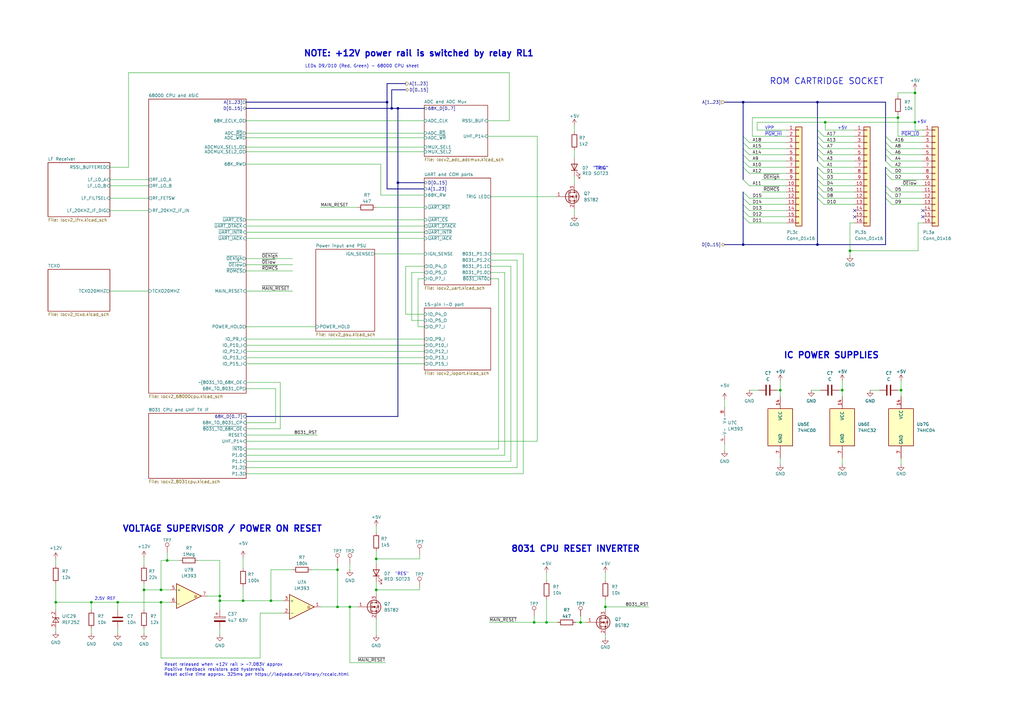
<source format=kicad_sch>
(kicad_sch (version 20211123) (generator eeschema)
  (paper "A3")
  (title_block (title "Datatrak Locator Mk.2") (date "2022-06-29") (rev "A"))
  (lib_symbols
    (symbol "74xx:74HC04"
      (property "Reference" "U" (at 0 1.27 0))
      (property "Value" "74HC04" (at 0 -1.27 0))
      (symbol "74HC04_1_0"
        (pin input line (at -7.62 0 0) (length 3.81) (name "~") (number "1"))
        (pin output inverted (at 7.62 0 180) (length 3.81) (name "~") (number "2"))
      )
      (symbol "74HC04_2_0"
        (pin input line (at -7.62 0 0) (length 3.81) (name "~") (number "3"))
        (pin output inverted (at 7.62 0 180) (length 3.81) (name "~") (number "4"))
      )
      (symbol "74HC04_3_0"
        (pin input line (at -7.62 0 0) (length 3.81) (name "~") (number "5"))
        (pin output inverted (at 7.62 0 180) (length 3.81) (name "~") (number "6"))
      )
      (symbol "74HC04_4_0"
        (pin output inverted (at 7.62 0 180) (length 3.81) (name "~") (number "8"))
        (pin input line (at -7.62 0 0) (length 3.81) (name "~") (number "9"))
      )
      (symbol "74HC04_5_0"
        (pin output inverted (at 7.62 0 180) (length 3.81) (name "~") (number "10"))
        (pin input line (at -7.62 0 0) (length 3.81) (name "~") (number "11"))
      )
      (symbol "74HC04_6_0"
        (pin output inverted (at 7.62 0 180) (length 3.81) (name "~") (number "12"))
        (pin input line (at -7.62 0 0) (length 3.81) (name "~") (number "13"))
      )
      (symbol "74HC04_7_0"
        (pin power_in line (at 0 12.7 270) (length 5.08) (name "VCC") (number "14"))
        (pin power_in line (at 0 -12.7 90) (length 5.08) (name "GND") (number "7"))
      )
    )
    (symbol "74xx:74LS00" (pin_names (offset 1.016))
      (property "Reference" "U" (at 0 1.27 0))
      (property "Value" "74LS00" (at 0 -1.27 0))
      (symbol "74LS00_1_1"
        (pin input line (at -7.62 2.54 0) (length 3.81) (name "~") (number "1"))
        (pin input line (at -7.62 -2.54 0) (length 3.81) (name "~") (number "2"))
        (pin output inverted (at 7.62 0 180) (length 3.81) (name "~") (number "3"))
      )
      (symbol "74LS00_1_2"
        (pin input inverted (at -7.62 2.54 0) (length 4.318) (name "~") (number "1"))
        (pin input inverted (at -7.62 -2.54 0) (length 4.318) (name "~") (number "2"))
        (pin output line (at 7.62 0 180) (length 3.81) (name "~") (number "3"))
      )
      (symbol "74LS00_2_1"
        (pin input line (at -7.62 2.54 0) (length 3.81) (name "~") (number "4"))
        (pin input line (at -7.62 -2.54 0) (length 3.81) (name "~") (number "5"))
        (pin output inverted (at 7.62 0 180) (length 3.81) (name "~") (number "6"))
      )
      (symbol "74LS00_2_2"
        (pin input inverted (at -7.62 2.54 0) (length 4.318) (name "~") (number "4"))
        (pin input inverted (at -7.62 -2.54 0) (length 4.318) (name "~") (number "5"))
        (pin output line (at 7.62 0 180) (length 3.81) (name "~") (number "6"))
      )
      (symbol "74LS00_3_1"
        (pin input line (at -7.62 -2.54 0) (length 3.81) (name "~") (number "10"))
        (pin output inverted (at 7.62 0 180) (length 3.81) (name "~") (number "8"))
        (pin input line (at -7.62 2.54 0) (length 3.81) (name "~") (number "9"))
      )
      (symbol "74LS00_3_2"
        (pin input inverted (at -7.62 -2.54 0) (length 4.318) (name "~") (number "10"))
        (pin output line (at 7.62 0 180) (length 3.81) (name "~") (number "8"))
        (pin input inverted (at -7.62 2.54 0) (length 4.318) (name "~") (number "9"))
      )
      (symbol "74LS00_4_1"
        (pin output inverted (at 7.62 0 180) (length 3.81) (name "~") (number "11"))
        (pin input line (at -7.62 2.54 0) (length 3.81) (name "~") (number "12"))
        (pin input line (at -7.62 -2.54 0) (length 3.81) (name "~") (number "13"))
      )
      (symbol "74LS00_4_2"
        (pin output line (at 7.62 0 180) (length 3.81) (name "~") (number "11"))
        (pin input inverted (at -7.62 2.54 0) (length 4.318) (name "~") (number "12"))
        (pin input inverted (at -7.62 -2.54 0) (length 4.318) (name "~") (number "13"))
      )
      (symbol "74LS00_5_0"
        (pin power_in line (at 0 12.7 270) (length 5.08) (name "VCC") (number "14"))
        (pin power_in line (at 0 -12.7 90) (length 5.08) (name "GND") (number "7"))
      )
    )
    (symbol "74xx:74LS32" (pin_names (offset 1.016))
      (property "Reference" "U" (at 0 1.27 0))
      (property "Value" "74LS32" (at 0 -1.27 0))
      (symbol "74LS32_1_1"
        (pin input line (at -7.62 2.54 0) (length 4.318) (name "~") (number "1"))
        (pin input line (at -7.62 -2.54 0) (length 4.318) (name "~") (number "2"))
        (pin output line (at 7.62 0 180) (length 3.81) (name "~") (number "3"))
      )
      (symbol "74LS32_1_2"
        (pin input inverted (at -7.62 2.54 0) (length 3.81) (name "~") (number "1"))
        (pin input inverted (at -7.62 -2.54 0) (length 3.81) (name "~") (number "2"))
        (pin output inverted (at 7.62 0 180) (length 3.81) (name "~") (number "3"))
      )
      (symbol "74LS32_2_1"
        (pin input line (at -7.62 2.54 0) (length 4.318) (name "~") (number "4"))
        (pin input line (at -7.62 -2.54 0) (length 4.318) (name "~") (number "5"))
        (pin output line (at 7.62 0 180) (length 3.81) (name "~") (number "6"))
      )
      (symbol "74LS32_2_2"
        (pin input inverted (at -7.62 2.54 0) (length 3.81) (name "~") (number "4"))
        (pin input inverted (at -7.62 -2.54 0) (length 3.81) (name "~") (number "5"))
        (pin output inverted (at 7.62 0 180) (length 3.81) (name "~") (number "6"))
      )
      (symbol "74LS32_3_1"
        (pin input line (at -7.62 -2.54 0) (length 4.318) (name "~") (number "10"))
        (pin output line (at 7.62 0 180) (length 3.81) (name "~") (number "8"))
        (pin input line (at -7.62 2.54 0) (length 4.318) (name "~") (number "9"))
      )
      (symbol "74LS32_3_2"
        (pin input inverted (at -7.62 -2.54 0) (length 3.81) (name "~") (number "10"))
        (pin output inverted (at 7.62 0 180) (length 3.81) (name "~") (number "8"))
        (pin input inverted (at -7.62 2.54 0) (length 3.81) (name "~") (number "9"))
      )
      (symbol "74LS32_4_1"
        (pin output line (at 7.62 0 180) (length 3.81) (name "~") (number "11"))
        (pin input line (at -7.62 2.54 0) (length 4.318) (name "~") (number "12"))
        (pin input line (at -7.62 -2.54 0) (length 4.318) (name "~") (number "13"))
      )
      (symbol "74LS32_4_2"
        (pin output inverted (at 7.62 0 180) (length 3.81) (name "~") (number "11"))
        (pin input inverted (at -7.62 2.54 0) (length 3.81) (name "~") (number "12"))
        (pin input inverted (at -7.62 -2.54 0) (length 3.81) (name "~") (number "13"))
      )
      (symbol "74LS32_5_0"
        (pin power_in line (at 0 12.7 270) (length 5.08) (name "VCC") (number "14"))
        (pin power_in line (at 0 -12.7 90) (length 5.08) (name "GND") (number "7"))
      )
    )
    (symbol "Comparator:LM393" (pin_names (offset 0.127))
      (property "Reference" "U" (at 3.81 3.81 0))
      (property "Value" "LM393" (at 6.35 -3.81 0))
      (symbol "LM393_1_1"
        (pin open_collector line (at 7.62 0 180) (length 2.54) (name "~") (number "1"))
        (pin input line (at -7.62 -2.54 0) (length 2.54) (name "-") (number "2"))
        (pin input line (at -7.62 2.54 0) (length 2.54) (name "+") (number "3"))
      )
      (symbol "LM393_2_1"
        (pin input line (at -7.62 2.54 0) (length 2.54) (name "+") (number "5"))
        (pin input line (at -7.62 -2.54 0) (length 2.54) (name "_") (number "6"))
        (pin open_collector line (at 7.62 0 180) (length 2.54) (name "~") (number "7"))
      )
      (symbol "LM393_3_1"
        (pin power_in line (at -2.54 -7.62 90) (length 3.81) (name "V-") (number "4"))
        (pin power_in line (at -2.54 7.62 270) (length 3.81) (name "V+") (number "8"))
      )
    )
    (symbol "Connector:TestPoint" (pin_numbers hide) (pin_names (offset 0.762) hide)
      (property "Reference" "TP" (at 0 6.858 0))
      (property "Value" "TestPoint" (at 0 5.08 0))
      (symbol "TestPoint_1_1"
        (pin passive line (at 0 0 90) (length 2.54) (name "1") (number "1"))
      )
    )
    (symbol "Connector_Generic:Conn_01x16" (pin_names (offset 1.016) hide)
      (property "Reference" "J" (at 0 20.32 0))
      (property "Value" "Conn_01x16" (at 0 -22.86 0))
      (symbol "Conn_01x16_1_1"
        (pin passive line (at -5.08 17.78 0) (length 3.81) (name "Pin_1") (number "1"))
        (pin passive line (at -5.08 -5.08 0) (length 3.81) (name "Pin_10") (number "10"))
        (pin passive line (at -5.08 -7.62 0) (length 3.81) (name "Pin_11") (number "11"))
        (pin passive line (at -5.08 -10.16 0) (length 3.81) (name "Pin_12") (number "12"))
        (pin passive line (at -5.08 -12.7 0) (length 3.81) (name "Pin_13") (number "13"))
        (pin passive line (at -5.08 -15.24 0) (length 3.81) (name "Pin_14") (number "14"))
        (pin passive line (at -5.08 -17.78 0) (length 3.81) (name "Pin_15") (number "15"))
        (pin passive line (at -5.08 -20.32 0) (length 3.81) (name "Pin_16") (number "16"))
        (pin passive line (at -5.08 15.24 0) (length 3.81) (name "Pin_2") (number "2"))
        (pin passive line (at -5.08 12.7 0) (length 3.81) (name "Pin_3") (number "3"))
        (pin passive line (at -5.08 10.16 0) (length 3.81) (name "Pin_4") (number "4"))
        (pin passive line (at -5.08 7.62 0) (length 3.81) (name "Pin_5") (number "5"))
        (pin passive line (at -5.08 5.08 0) (length 3.81) (name "Pin_6") (number "6"))
        (pin passive line (at -5.08 2.54 0) (length 3.81) (name "Pin_7") (number "7"))
        (pin passive line (at -5.08 0 0) (length 3.81) (name "Pin_8") (number "8"))
        (pin passive line (at -5.08 -2.54 0) (length 3.81) (name "Pin_9") (number "9"))
      )
    )
    (symbol "Device:C" (pin_numbers hide) (pin_names (offset 0.254))
      (property "Reference" "C" (at 0.635 2.54 0))
      (property "Value" "C" (at 0.635 -2.54 0))
      (symbol "C_1_1"
        (pin passive line (at 0 3.81 270) (length 2.794) (name "~") (number "1"))
        (pin passive line (at 0 -3.81 90) (length 2.794) (name "~") (number "2"))
      )
    )
    (symbol "Device:C_Polarized" (pin_numbers hide) (pin_names (offset 0.254))
      (property "Reference" "C" (at 0.635 2.54 0))
      (property "Value" "C_Polarized" (at 0.635 -2.54 0))
      (symbol "C_Polarized_1_1"
        (pin passive line (at 0 3.81 270) (length 2.794) (name "~") (number "1"))
        (pin passive line (at 0 -3.81 90) (length 2.794) (name "~") (number "2"))
      )
    )
    (symbol "Device:LED" (pin_numbers hide) (pin_names (offset 1.016) hide)
      (property "Reference" "D" (at 0 2.54 0))
      (property "Value" "LED" (at 0 -2.54 0))
      (symbol "LED_1_1"
        (pin passive line (at -3.81 0 0) (length 2.54) (name "K") (number "1"))
        (pin passive line (at 3.81 0 180) (length 2.54) (name "A") (number "2"))
      )
    )
    (symbol "Device:R" (pin_numbers hide) (pin_names (offset 0))
      (property "Reference" "R" (at 2.032 0 90))
      (property "Value" "R" (at 0 0 90))
      (symbol "R_1_1"
        (pin passive line (at 0 3.81 270) (length 1.27) (name "~") (number "1"))
        (pin passive line (at 0 -3.81 90) (length 1.27) (name "~") (number "2"))
      )
    )
    (symbol "Reference_Voltage:LM285Z-2.5" (pin_names (offset 0.0254) hide)
      (property "Reference" "U" (at 0 2.54 0))
      (property "Value" "LM285Z-2.5" (at 0 -3.175 0))
      (symbol "LM285Z-2.5_1_1"
        (pin passive line (at 3.81 0 180) (length 2.54) (name "K") (number "2"))
        (pin passive line (at -3.81 0 0) (length 2.54) (name "A") (number "3"))
      )
    )
    (symbol "Transistor_FET:BSS123" (pin_names hide)
      (property "Reference" "Q" (at 5.08 1.905 0))
      (property "Value" "BSS123" (at 5.08 0 0))
      (symbol "BSS123_1_1"
        (pin input line (at -5.08 0 0) (length 2.54) (name "G") (number "1"))
        (pin passive line (at 2.54 -5.08 90) (length 2.54) (name "S") (number "2"))
        (pin passive line (at 2.54 5.08 270) (length 2.54) (name "D") (number "3"))
      )
    )
    (symbol "Transistor_FET:BSS138" (pin_names hide)
      (property "Reference" "Q" (at 5.08 1.905 0))
      (property "Value" "BSS138" (at 5.08 0 0))
      (symbol "BSS138_1_1"
        (pin input line (at -5.08 0 0) (length 2.54) (name "G") (number "1"))
        (pin passive line (at 2.54 -5.08 90) (length 2.54) (name "S") (number "2"))
        (pin passive line (at 2.54 5.08 270) (length 2.54) (name "D") (number "3"))
      )
    )
    (symbol "power:+12V" (power) (pin_names (offset 0))
      (property "Value" "+12V" (at 0 3.556 0))
      (symbol "+12V_1_1"
        (pin power_in line (at 0 0 90) (length 0) hide (name "+12V") (number "1"))
      )
    )
    (symbol "power:+5V" (power) (pin_names (offset 0))
      (property "Value" "+5V" (at 0 3.556 0))
      (symbol "+5V_1_1"
        (pin power_in line (at 0 0 90) (length 0) hide (name "+5V") (number "1"))
      )
    )
    (symbol "power:GND" (power) (pin_names (offset 0))
      (property "Value" "GND" (at 0 -3.81 0))
      (symbol "GND_1_1"
        (pin power_in line (at 0 0 270) (length 0) hide (name "GND") (number "1"))
      )
    )
  )
  (junction (at 154.305 241.935))
  (junction (at 304.8 100.33))
  (junction (at 59.055 241.935))
  (junction (at 304.8 41.91))
  (junction (at 248.285 248.92))
  (junction (at 163.195 44.45))
  (junction (at 369.57 160.02))
  (junction (at 224.155 255.27))
  (junction (at 143.51 248.92))
  (junction (at 66.04 247.015))
  (junction (at 158.75 41.91))
  (junction (at 345.44 160.02))
  (junction (at 22.86 247.015))
  (junction (at 99.695 246.38))
  (junction (at 68.58 229.87))
  (junction (at 163.195 74.93))
  (junction (at 375.285 50.165))
  (junction (at 48.26 247.015))
  (junction (at 138.43 248.92))
  (junction (at 90.17 246.38))
  (junction (at 111.125 246.38))
  (junction (at 335.28 100.33))
  (junction (at 338.455 50.165))
  (junction (at 320.04 160.02))
  (junction (at 37.465 247.015))
  (junction (at 160.655 44.45))
  (junction (at 90.17 244.475))
  (junction (at 375.285 38.1))
  (junction (at 66.04 241.935))
  (junction (at 219.075 255.27))
  (junction (at 335.28 41.91))
  (junction (at 138.43 233.68))
  (junction (at 368.3 48.26))
  (junction (at 348.615 102.87))
  (junction (at 238.125 255.27))
  (junction (at 154.305 229.235))
  (no_connect (at 350.52 86.36))
  (no_connect (at 350.52 88.9))
  (no_connect (at 378.46 86.36))
  (no_connect (at 378.46 88.9))
  (bus_entry (at 363.22 58.42) (size 2.54 2.54))
  (bus_entry (at 304.8 86.36) (size 2.54 2.54))
  (bus_entry (at 335.28 55.88) (size 2.54 2.54))
  (bus_entry (at 363.22 76.2) (size 2.54 2.54))
  (bus_entry (at 335.28 78.74) (size 2.54 2.54))
  (bus_entry (at 335.28 76.2) (size 2.54 2.54))
  (bus_entry (at 335.28 81.28) (size 2.54 2.54))
  (bus_entry (at 363.22 63.5) (size 2.54 2.54))
  (bus_entry (at 304.8 55.88) (size 2.54 2.54))
  (bus_entry (at 363.22 55.88) (size 2.54 2.54))
  (bus_entry (at 335.28 53.34) (size 2.54 2.54))
  (bus_entry (at 304.8 58.42) (size 2.54 2.54))
  (bus_entry (at 363.22 81.28) (size 2.54 2.54))
  (bus_entry (at 304.8 83.82) (size 2.54 2.54))
  (bus_entry (at 335.28 63.5) (size 2.54 2.54))
  (bus_entry (at 363.22 60.96) (size 2.54 2.54))
  (bus_entry (at 363.22 71.12) (size 2.54 2.54))
  (bus_entry (at 363.22 68.58) (size 2.54 2.54))
  (bus_entry (at 304.8 60.96) (size 2.54 2.54))
  (bus_entry (at 363.22 78.74) (size 2.54 2.54))
  (bus_entry (at 304.8 73.66) (size 2.54 2.54))
  (bus_entry (at 304.8 78.74) (size 2.54 2.54))
  (bus_entry (at 304.8 81.28) (size 2.54 2.54))
  (bus_entry (at 335.28 71.12) (size 2.54 2.54))
  (bus_entry (at 335.28 73.66) (size 2.54 2.54))
  (bus_entry (at 335.28 66.04) (size 2.54 2.54))
  (bus_entry (at 335.28 68.58) (size 2.54 2.54))
  (bus_entry (at 335.28 58.42) (size 2.54 2.54))
  (bus_entry (at 363.22 66.04) (size 2.54 2.54))
  (bus_entry (at 304.8 88.9) (size 2.54 2.54))
  (bus_entry (at 304.8 63.5) (size 2.54 2.54))
  (bus_entry (at 335.28 60.96) (size 2.54 2.54))
  (bus_entry (at 304.8 68.58) (size 2.54 2.54))
  (bus_entry (at 304.8 66.04) (size 2.54 2.54))
  (wire (pts (xy 100.965 67.31) (xy 156.21 67.31)))
  (wire (pts (xy 356.87 160.02) (xy 360.68 160.02)))
  (wire (pts (xy 307.34 71.12) (xy 322.58 71.12)))
  (wire (pts (xy 168.91 131.445) (xy 168.91 111.76)))
  (wire (pts (xy 100.965 149.225) (xy 173.99 149.225)))
  (bus (pts (xy 304.8 88.9) (xy 304.8 100.33)))
  (wire (pts (xy 297.18 182.245) (xy 297.18 184.785)))
  (wire (pts (xy 90.17 244.475) (xy 90.17 246.38)))
  (bus (pts (xy 363.22 71.12) (xy 363.22 76.2)))
  (wire (pts (xy 365.76 68.58) (xy 378.46 68.58)))
  (wire (pts (xy 375.285 36.83) (xy 375.285 38.1)))
  (wire (pts (xy 100.965 141.605) (xy 173.99 141.605)))
  (wire (pts (xy 207.01 186.69) (xy 100.965 186.69)))
  (wire (pts (xy 365.76 58.42) (xy 378.46 58.42)))
  (wire (pts (xy 338.455 50.165) (xy 375.285 50.165)))
  (bus (pts (xy 335.28 41.91) (xy 363.22 41.91)))
  (wire (pts (xy 22.86 229.235) (xy 22.86 231.775)))
  (wire (pts (xy 307.34 63.5) (xy 322.58 63.5)))
  (wire (pts (xy 369.57 156.21) (xy 369.57 160.02)))
  (wire (pts (xy 154.305 226.06) (xy 154.305 229.235)))
  (wire (pts (xy 156.21 80.01) (xy 173.99 80.01)))
  (bus (pts (xy 363.22 81.28) (xy 363.22 100.33)))
  (wire (pts (xy 337.82 63.5) (xy 350.52 63.5)))
  (bus (pts (xy 304.8 41.91) (xy 335.28 41.91)))
  (wire (pts (xy 345.44 160.02) (xy 345.44 162.56)))
  (bus (pts (xy 304.8 55.88) (xy 304.8 58.42)))
  (wire (pts (xy 322.58 53.34) (xy 310.515 53.34)))
  (wire (pts (xy 100.965 194.31) (xy 214.63 194.31)))
  (wire (pts (xy 154.305 254) (xy 154.305 260.35)))
  (wire (pts (xy 368.3 48.26) (xy 368.3 55.88)))
  (wire (pts (xy 100.965 111.125) (xy 120.015 111.125)))
  (bus (pts (xy 363.22 68.58) (xy 363.22 71.12)))
  (wire (pts (xy 365.76 66.04) (xy 378.46 66.04)))
  (wire (pts (xy 201.295 80.645) (xy 227.965 80.645)))
  (wire (pts (xy 204.47 114.3) (xy 201.295 114.3)))
  (wire (pts (xy 307.34 160.02) (xy 311.15 160.02)))
  (wire (pts (xy 200.025 55.88) (xy 220.345 55.88)))
  (wire (pts (xy 312.42 73.66) (xy 322.58 73.66)))
  (bus (pts (xy 335.28 73.66) (xy 335.28 76.2)))
  (wire (pts (xy 312.42 78.74) (xy 322.58 78.74)))
  (wire (pts (xy 100.965 119.38) (xy 120.015 119.38)))
  (wire (pts (xy 37.465 247.015) (xy 37.465 250.19)))
  (wire (pts (xy 59.055 257.81) (xy 59.055 259.715)))
  (wire (pts (xy 337.82 68.58) (xy 350.52 68.58)))
  (wire (pts (xy 214.63 104.14) (xy 201.295 104.14)))
  (bus (pts (xy 304.8 78.74) (xy 304.8 81.28)))
  (wire (pts (xy 209.55 109.22) (xy 201.295 109.22)))
  (wire (pts (xy 320.04 187.96) (xy 320.04 190.5)))
  (wire (pts (xy 73.66 229.87) (xy 68.58 229.87)))
  (bus (pts (xy 304.8 63.5) (xy 304.8 66.04)))
  (wire (pts (xy 200.66 255.27) (xy 219.075 255.27)))
  (wire (pts (xy 337.82 83.82) (xy 350.52 83.82)))
  (wire (pts (xy 100.965 180.975) (xy 220.345 180.975)))
  (bus (pts (xy 160.655 44.45) (xy 163.195 44.45)))
  (wire (pts (xy 207.01 111.76) (xy 207.01 186.69)))
  (wire (pts (xy 90.17 246.38) (xy 90.17 250.19)))
  (wire (pts (xy 52.705 29.845) (xy 208.915 29.845)))
  (wire (pts (xy 368.3 39.37) (xy 368.3 38.1)))
  (bus (pts (xy 363.22 63.5) (xy 363.22 66.04)))
  (wire (pts (xy 248.285 248.92) (xy 266.065 248.92)))
  (wire (pts (xy 307.34 60.96) (xy 322.58 60.96)))
  (wire (pts (xy 248.285 245.745) (xy 248.285 248.92)))
  (bus (pts (xy 304.8 58.42) (xy 304.8 60.96)))
  (wire (pts (xy 120.015 233.68) (xy 111.125 233.68)))
  (wire (pts (xy 320.04 160.02) (xy 320.04 162.56)))
  (wire (pts (xy 166.37 128.905) (xy 173.99 128.905)))
  (wire (pts (xy 153.67 104.14) (xy 173.99 104.14)))
  (bus (pts (xy 100.965 41.91) (xy 158.75 41.91)))
  (bus (pts (xy 297.18 100.33) (xy 304.8 100.33)))
  (wire (pts (xy 100.965 175.895) (xy 114.935 175.895)))
  (wire (pts (xy 337.82 58.42) (xy 350.52 58.42)))
  (wire (pts (xy 345.44 187.96) (xy 345.44 190.5)))
  (bus (pts (xy 335.28 55.88) (xy 335.28 58.42)))
  (wire (pts (xy 48.26 250.19) (xy 48.26 247.015)))
  (wire (pts (xy 138.43 233.68) (xy 138.43 248.92)))
  (wire (pts (xy 344.17 160.02) (xy 345.44 160.02)))
  (wire (pts (xy 100.965 60.325) (xy 173.99 60.325)))
  (wire (pts (xy 111.125 233.68) (xy 111.125 246.38)))
  (wire (pts (xy 99.695 246.38) (xy 99.695 240.665)))
  (bus (pts (xy 304.8 83.82) (xy 304.8 86.36)))
  (wire (pts (xy 131.445 248.92) (xy 138.43 248.92)))
  (wire (pts (xy 90.17 246.38) (xy 99.695 246.38)))
  (wire (pts (xy 369.57 187.96) (xy 369.57 190.5)))
  (wire (pts (xy 376.555 91.44) (xy 376.555 102.87)))
  (wire (pts (xy 224.155 255.27) (xy 224.155 245.745)))
  (wire (pts (xy 59.055 241.935) (xy 59.055 250.19)))
  (bus (pts (xy 363.22 60.96) (xy 363.22 63.5)))
  (wire (pts (xy 100.965 97.79) (xy 173.99 97.79)))
  (wire (pts (xy 172.085 241.935) (xy 154.305 241.935)))
  (wire (pts (xy 100.965 92.71) (xy 173.99 92.71)))
  (wire (pts (xy 100.965 56.515) (xy 173.99 56.515)))
  (wire (pts (xy 365.76 78.74) (xy 378.46 78.74)))
  (wire (pts (xy 59.055 239.395) (xy 59.055 241.935)))
  (wire (pts (xy 310.515 50.165) (xy 338.455 50.165)))
  (wire (pts (xy 235.585 85.725) (xy 235.585 88.265)))
  (wire (pts (xy 173.99 114.3) (xy 171.45 114.3)))
  (wire (pts (xy 209.55 189.23) (xy 209.55 109.22)))
  (wire (pts (xy 238.125 255.27) (xy 240.665 255.27)))
  (wire (pts (xy 173.99 131.445) (xy 168.91 131.445)))
  (wire (pts (xy 337.82 71.12) (xy 350.52 71.12)))
  (wire (pts (xy 100.965 133.985) (xy 129.54 133.985)))
  (wire (pts (xy 143.51 271.78) (xy 158.115 271.78)))
  (wire (pts (xy 45.085 76.2) (xy 60.96 76.2)))
  (wire (pts (xy 100.965 159.385) (xy 113.03 159.385)))
  (wire (pts (xy 114.935 156.845) (xy 114.935 175.895)))
  (wire (pts (xy 219.075 255.27) (xy 224.155 255.27)))
  (wire (pts (xy 106.68 251.46) (xy 106.68 269.875)))
  (bus (pts (xy 304.8 66.04) (xy 304.8 68.58)))
  (wire (pts (xy 168.91 111.76) (xy 173.99 111.76)))
  (bus (pts (xy 163.195 74.93) (xy 163.195 170.815)))
  (bus (pts (xy 304.8 86.36) (xy 304.8 88.9)))
  (bus (pts (xy 335.28 63.5) (xy 335.28 66.04)))
  (wire (pts (xy 48.26 247.015) (xy 66.04 247.015)))
  (wire (pts (xy 154.305 215.9) (xy 154.305 218.44)))
  (wire (pts (xy 100.965 144.145) (xy 173.99 144.145)))
  (wire (pts (xy 172.085 240.665) (xy 172.085 241.935)))
  (wire (pts (xy 307.34 88.9) (xy 322.58 88.9)))
  (wire (pts (xy 45.085 73.66) (xy 60.96 73.66)))
  (wire (pts (xy 235.585 72.39) (xy 235.585 75.565)))
  (wire (pts (xy 172.085 227.33) (xy 172.085 229.235)))
  (bus (pts (xy 335.28 100.33) (xy 363.22 100.33)))
  (wire (pts (xy 100.965 189.23) (xy 209.55 189.23)))
  (bus (pts (xy 335.28 53.34) (xy 335.28 55.88)))
  (wire (pts (xy 375.285 50.165) (xy 375.285 53.34)))
  (wire (pts (xy 90.17 229.87) (xy 90.17 244.475)))
  (wire (pts (xy 365.76 60.96) (xy 378.46 60.96)))
  (wire (pts (xy 156.21 67.31) (xy 156.21 80.01)))
  (wire (pts (xy 171.45 133.985) (xy 173.99 133.985)))
  (wire (pts (xy 100.965 106.045) (xy 120.015 106.045)))
  (wire (pts (xy 368.3 160.02) (xy 369.57 160.02)))
  (wire (pts (xy 224.155 255.27) (xy 228.6 255.27)))
  (wire (pts (xy 220.345 55.88) (xy 220.345 180.975)))
  (wire (pts (xy 45.085 81.28) (xy 60.96 81.28)))
  (wire (pts (xy 235.585 51.435) (xy 235.585 53.975)))
  (wire (pts (xy 365.76 83.82) (xy 378.46 83.82)))
  (bus (pts (xy 173.99 77.47) (xy 158.75 77.47)))
  (wire (pts (xy 375.285 53.34) (xy 378.46 53.34)))
  (wire (pts (xy 214.63 194.31) (xy 214.63 104.14)))
  (wire (pts (xy 212.09 191.77) (xy 100.965 191.77)))
  (wire (pts (xy 297.18 163.83) (xy 297.18 167.005)))
  (bus (pts (xy 158.75 77.47) (xy 158.75 41.91)))
  (bus (pts (xy 335.28 60.96) (xy 335.28 63.5)))
  (wire (pts (xy 22.86 247.015) (xy 22.86 250.19)))
  (wire (pts (xy 66.04 247.015) (xy 69.85 247.015)))
  (bus (pts (xy 335.28 58.42) (xy 335.28 60.96)))
  (wire (pts (xy 308.61 55.88) (xy 322.58 55.88)))
  (bus (pts (xy 335.28 81.28) (xy 335.28 100.33)))
  (wire (pts (xy 45.085 119.38) (xy 60.96 119.38)))
  (wire (pts (xy 68.58 229.87) (xy 66.04 229.87)))
  (bus (pts (xy 304.8 60.96) (xy 304.8 63.5)))
  (bus (pts (xy 100.965 44.45) (xy 160.655 44.45)))
  (bus (pts (xy 158.75 34.29) (xy 166.37 34.29)))
  (wire (pts (xy 208.915 29.845) (xy 208.915 49.53)))
  (wire (pts (xy 375.285 38.1) (xy 375.285 50.165)))
  (bus (pts (xy 163.195 44.45) (xy 173.99 44.45)))
  (wire (pts (xy 368.3 38.1) (xy 375.285 38.1)))
  (wire (pts (xy 143.51 248.92) (xy 146.685 248.92)))
  (wire (pts (xy 248.285 260.35) (xy 248.285 261.62)))
  (bus (pts (xy 335.28 76.2) (xy 335.28 78.74)))
  (wire (pts (xy 338.455 50.165) (xy 338.455 53.34)))
  (wire (pts (xy 320.04 156.21) (xy 320.04 160.02)))
  (wire (pts (xy 235.585 61.595) (xy 235.585 64.77)))
  (wire (pts (xy 48.26 257.81) (xy 48.26 259.715)))
  (bus (pts (xy 363.22 58.42) (xy 363.22 60.96)))
  (wire (pts (xy 154.305 241.935) (xy 154.305 243.84)))
  (wire (pts (xy 345.44 156.21) (xy 345.44 160.02)))
  (wire (pts (xy 154.305 229.235) (xy 154.305 231.14)))
  (wire (pts (xy 238.125 252.73) (xy 238.125 255.27)))
  (wire (pts (xy 307.34 76.2) (xy 322.58 76.2)))
  (wire (pts (xy 100.965 184.15) (xy 204.47 184.15)))
  (wire (pts (xy 236.22 255.27) (xy 238.125 255.27)))
  (bus (pts (xy 158.75 41.91) (xy 158.75 34.29)))
  (wire (pts (xy 369.57 76.2) (xy 378.46 76.2)))
  (wire (pts (xy 376.555 102.87) (xy 348.615 102.87)))
  (wire (pts (xy 100.965 146.685) (xy 173.99 146.685)))
  (wire (pts (xy 248.285 234.95) (xy 248.285 238.125)))
  (wire (pts (xy 59.055 228.6) (xy 59.055 231.775)))
  (wire (pts (xy 138.43 248.92) (xy 143.51 248.92)))
  (wire (pts (xy 143.51 248.92) (xy 143.51 271.78)))
  (wire (pts (xy 111.125 246.38) (xy 116.205 246.38)))
  (wire (pts (xy 68.58 226.695) (xy 68.58 229.87)))
  (bus (pts (xy 304.8 41.91) (xy 297.18 41.91)))
  (wire (pts (xy 172.085 229.235) (xy 154.305 229.235)))
  (wire (pts (xy 66.04 241.935) (xy 69.85 241.935)))
  (wire (pts (xy 337.82 66.04) (xy 350.52 66.04)))
  (wire (pts (xy 100.965 90.17) (xy 173.99 90.17)))
  (wire (pts (xy 368.3 55.88) (xy 378.46 55.88)))
  (wire (pts (xy 337.82 55.88) (xy 350.52 55.88)))
  (wire (pts (xy 143.51 231.14) (xy 143.51 233.68)))
  (wire (pts (xy 37.465 257.81) (xy 37.465 259.715)))
  (wire (pts (xy 365.76 81.28) (xy 378.46 81.28)))
  (wire (pts (xy 171.45 114.3) (xy 171.45 133.985)))
  (wire (pts (xy 173.99 109.22) (xy 166.37 109.22)))
  (wire (pts (xy 212.09 106.68) (xy 212.09 191.77)))
  (wire (pts (xy 307.34 86.36) (xy 322.58 86.36)))
  (bus (pts (xy 304.8 68.58) (xy 304.8 73.66)))
  (wire (pts (xy 99.695 228.6) (xy 99.695 233.045)))
  (wire (pts (xy 154.305 85.09) (xy 173.99 85.09)))
  (wire (pts (xy 208.915 49.53) (xy 200.025 49.53)))
  (wire (pts (xy 90.17 257.81) (xy 90.17 260.35)))
  (wire (pts (xy 100.965 54.61) (xy 173.99 54.61)))
  (wire (pts (xy 100.965 178.435) (xy 130.175 178.435)))
  (bus (pts (xy 363.22 78.74) (xy 363.22 81.28)))
  (wire (pts (xy 66.04 229.87) (xy 66.04 241.935)))
  (wire (pts (xy 45.085 86.36) (xy 60.96 86.36)))
  (wire (pts (xy 100.965 156.845) (xy 114.935 156.845)))
  (wire (pts (xy 224.155 234.95) (xy 224.155 238.125)))
  (wire (pts (xy 368.3 48.26) (xy 308.61 48.26)))
  (bus (pts (xy 304.8 41.91) (xy 304.8 55.88)))
  (wire (pts (xy 154.305 238.76) (xy 154.305 241.935)))
  (bus (pts (xy 160.655 36.83) (xy 160.655 44.45)))
  (wire (pts (xy 337.82 78.74) (xy 350.52 78.74)))
  (wire (pts (xy 348.615 91.44) (xy 350.52 91.44)))
  (wire (pts (xy 66.04 269.875) (xy 66.04 247.015)))
  (wire (pts (xy 337.82 76.2) (xy 350.52 76.2)))
  (wire (pts (xy 99.695 246.38) (xy 111.125 246.38)))
  (wire (pts (xy 116.205 251.46) (xy 106.68 251.46)))
  (bus (pts (xy 100.965 170.815) (xy 163.195 170.815)))
  (wire (pts (xy 131.445 85.09) (xy 146.685 85.09)))
  (wire (pts (xy 308.61 48.26) (xy 308.61 55.88)))
  (wire (pts (xy 201.295 111.76) (xy 207.01 111.76)))
  (wire (pts (xy 138.43 231.14) (xy 138.43 233.68)))
  (wire (pts (xy 337.82 60.96) (xy 350.52 60.96)))
  (wire (pts (xy 90.17 244.475) (xy 85.09 244.475)))
  (wire (pts (xy 307.34 83.82) (xy 322.58 83.82)))
  (bus (pts (xy 335.28 71.12) (xy 335.28 73.66)))
  (wire (pts (xy 204.47 184.15) (xy 204.47 114.3)))
  (wire (pts (xy 337.82 81.28) (xy 350.52 81.28)))
  (wire (pts (xy 337.82 73.66) (xy 350.52 73.66)))
  (wire (pts (xy 22.86 247.015) (xy 37.465 247.015)))
  (wire (pts (xy 166.37 109.22) (xy 166.37 128.905)))
  (bus (pts (xy 304.8 100.33) (xy 335.28 100.33)))
  (wire (pts (xy 348.615 91.44) (xy 348.615 102.87)))
  (wire (pts (xy 365.76 63.5) (xy 378.46 63.5)))
  (wire (pts (xy 348.615 102.87) (xy 348.615 104.775)))
  (wire (pts (xy 52.705 68.58) (xy 52.705 29.845)))
  (wire (pts (xy 307.34 68.58) (xy 322.58 68.58)))
  (wire (pts (xy 201.295 106.68) (xy 212.09 106.68)))
  (bus (pts (xy 363.22 76.2) (xy 363.22 78.74)))
  (wire (pts (xy 307.34 91.44) (xy 322.58 91.44)))
  (bus (pts (xy 304.8 81.28) (xy 304.8 83.82)))
  (wire (pts (xy 368.3 46.99) (xy 368.3 48.26)))
  (bus (pts (xy 163.195 44.45) (xy 163.195 74.93)))
  (wire (pts (xy 81.28 229.87) (xy 90.17 229.87)))
  (wire (pts (xy 365.76 73.66) (xy 378.46 73.66)))
  (wire (pts (xy 307.34 81.28) (xy 322.58 81.28)))
  (wire (pts (xy 100.965 173.355) (xy 113.03 173.355)))
  (wire (pts (xy 365.76 71.12) (xy 378.46 71.12)))
  (wire (pts (xy 100.965 139.065) (xy 173.99 139.065)))
  (bus (pts (xy 335.28 41.91) (xy 335.28 53.34)))
  (bus (pts (xy 166.37 36.83) (xy 160.655 36.83)))
  (bus (pts (xy 335.28 78.74) (xy 335.28 81.28)))
  (wire (pts (xy 100.965 108.585) (xy 120.015 108.585)))
  (wire (pts (xy 100.965 49.53) (xy 173.99 49.53)))
  (wire (pts (xy 106.68 269.875) (xy 66.04 269.875)))
  (wire (pts (xy 378.46 91.44) (xy 376.555 91.44)))
  (wire (pts (xy 369.57 160.02) (xy 369.57 162.56)))
  (wire (pts (xy 100.965 62.23) (xy 173.99 62.23)))
  (bus (pts (xy 335.28 68.58) (xy 335.28 71.12)))
  (wire (pts (xy 332.74 160.02) (xy 336.55 160.02)))
  (wire (pts (xy 59.055 241.935) (xy 66.04 241.935)))
  (wire (pts (xy 318.77 160.02) (xy 320.04 160.02)))
  (wire (pts (xy 22.86 239.395) (xy 22.86 247.015)))
  (wire (pts (xy 310.515 53.34) (xy 310.515 50.165)))
  (bus (pts (xy 363.22 55.88) (xy 363.22 58.42)))
  (bus (pts (xy 163.195 74.93) (xy 173.99 74.93)))
  (bus (pts (xy 363.22 41.91) (xy 363.22 55.88)))
  (wire (pts (xy 45.085 68.58) (xy 52.705 68.58)))
  (wire (pts (xy 248.285 248.92) (xy 248.285 250.19)))
  (wire (pts (xy 307.34 58.42) (xy 322.58 58.42)))
  (wire (pts (xy 127.635 233.68) (xy 138.43 233.68)))
  (wire (pts (xy 219.075 252.73) (xy 219.075 255.27)))
  (wire (pts (xy 113.03 159.385) (xy 113.03 173.355)))
  (wire (pts (xy 100.965 95.25) (xy 173.99 95.25)))
  (wire (pts (xy 22.86 257.81) (xy 22.86 259.08)))
  (wire (pts (xy 37.465 247.015) (xy 48.26 247.015)))
  (wire (pts (xy 338.455 53.34) (xy 350.52 53.34)))
  (wire (pts (xy 307.34 66.04) (xy 322.58 66.04)))
  (text "NOTE: +12V power rail is switched by relay RL1" (at 124.46 23.495 0) (effects (font (size 2.54 2.54) bold) (justify left bottom)))
  (text "VPP" (at 313.69 53.34 0) (effects (font (size 1.27 1.27)) (justify left bottom)))
  (text "~{PGM_HI}" (at 313.69 55.88 0) (effects (font (size 1.27 1.27)) (justify left bottom)))
  (text "8031 CPU RESET INVERTER" (at 209.55 226.695 0) (effects (font (size 2.54 2.54) (thickness 0.508) bold) (justify left bottom)))
  (text "LEDs D9/D10 (Red, Green) - 68000 CPU sheet" (at 125.095 27.94 0) (effects (font (size 1.27 1.27)) (justify left bottom)))
  (text "IC POWER SUPPLIES" (at 321.31 147.32 0) (effects (font (size 2.54 2.54) bold) (justify left bottom)))
  (text "~{PGM_LO}" (at 369.57 55.88 0) (effects (font (size 1.27 1.27)) (justify left bottom)))
  (text "ROM CARTRIDGE SOCKET" (at 315.595 34.925 0) (effects (font (size 2.54 2.54) (thickness 0.254) bold) (justify left bottom)))
  (text "\"RES\"" (at 161.925 236.22 0) (effects (font (size 1.27 1.27)) (justify left bottom)))
  (text "+5V" (at 343.4306 53.3035 0) (effects (font (size 1.27 1.27)) (justify left bottom)))
  (text "2.5V REF" (at 38.735 246.38 0) (effects (font (size 1.27 1.27)) (justify left bottom)))
  (text "+5V" (at 375.92 50.8 0) (effects (font (size 1.27 1.27)) (justify left bottom)))
  (text "VOLTAGE SUPERVISOR / POWER ON RESET" (at 50.165 218.44 0) (effects (font (size 2.54 2.54) (thickness 0.508) bold) (justify left bottom)))
  (text "Reset released when +12V rail > ~7.083V approx\nPositive feedback resistors add hysteresis\nReset active time approx. 325ms per https://ladyada.net/library/rccalc.html" (at 67.31 277.495 0) (effects (font (size 1.27 1.27)) (justify left bottom)))
  (text "\"TRIG\"" (at 243.205 69.85 0) (effects (font (size 1.27 1.27) bold) (justify left bottom)))
  (label "D1" (at 339.09 71.12 0))
  (label "~{OEhigh}" (at 107.315 106.045 0))
  (label "A17" (at 339.09 55.88 0))
  (label "D13" (at 308.61 86.36 0))
  (label "A14" (at 308.61 63.5 0))
  (label "D7" (at 367.03 81.28 0))
  (label "A6" (at 367.03 63.5 0))
  (label "A3" (at 339.09 66.04 0))
  (label "D5" (at 367.03 78.74 0))
  (label "A8" (at 367.03 60.96 0))
  (label "A16" (at 367.03 58.42 0))
  (label "8031_RST" (at 120.65 178.435 0))
  (label "D10" (at 339.09 83.82 0))
  (label "D8" (at 339.09 81.28 0))
  (label "A2" (at 367.03 68.58 0))
  (label "A11" (at 308.61 76.2 0))
  (label "8031_RST" (at 256.54 248.92 0))
  (label "~{OEhigh}" (at 313.055 73.66 0))
  (label "MAIN_RESET" (at 131.445 85.09 0))
  (label "~{OElow}" (at 370.205 76.2 0))
  (label "A10" (at 308.61 68.58 0))
  (label "D0" (at 367.03 71.12 0))
  (label "D6" (at 339.09 78.74 0))
  (label "D11" (at 308.61 91.44 0))
  (label "D14" (at 308.61 83.82 0))
  (label "A15" (at 308.61 60.96 0))
  (label "A5" (at 339.09 63.5 0))
  (label "A12" (at 308.61 71.12 0))
  (label "A18" (at 308.61 58.42 0))
  (label "~{MAIN_RESET}" (at 200.66 255.27 0))
  (label "~{OElow}" (at 107.315 108.585 0))
  (label "~{ROMCS}" (at 313.055 78.74 0))
  (label "~{MAIN_RESET}" (at 146.685 271.78 0))
  (label "A13" (at 339.09 58.42 0))
  (label "A9" (at 308.61 66.04 0))
  (label "D15" (at 308.61 81.28 0))
  (label "D4" (at 339.09 76.2 0))
  (label "A7" (at 339.09 60.96 0))
  (label "D3" (at 339.09 73.66 0))
  (label "A1" (at 339.09 68.58 0))
  (label "D12" (at 308.61 88.9 0))
  (label "D9" (at 367.03 83.82 0))
  (label "~{MAIN_RESET}" (at 107.315 119.38 0))
  (label "A4" (at 367.03 66.04 0))
  (label "~{ROMCS}" (at 107.315 111.125 0))
  (label "D2" (at 367.03 73.66 0))
  (hierarchical_label "A[1..23]" (shape input) (at 297.18 41.91 180))
  (hierarchical_label "D[0..15]" (shape bidirectional) (at 166.37 36.83 0))
  (hierarchical_label "D[0..15]" (shape bidirectional) (at 297.18 100.33 180))
  (hierarchical_label "A[1..23]" (shape output) (at 166.37 34.29 0))
  (symbol (lib_id "Device:R") (at 368.3 43.18 0) (unit 1)
    (property "Reference" "R?" (at 370.84 41.9099 0) (effects (justify left)))
    (property "Value" "10k" (at 370.84 44.4499 0) (effects (justify left)))
  )
  (symbol (lib_id "Transistor_FET:BSS123") (at 151.765 248.92 0) (unit 1)
    (property "Reference" "Q?" (at 157.48 247.6499 0) (effects (justify left)))
    (property "Value" "BST82" (at 157.48 250.1899 0) (effects (justify left)))
    (property "Footprint" "Package_TO_SOT_SMD:SOT-23" (effects hide))
    (property "Datasheet" "http://www.diodes.com/assets/Datasheets/ds30366.pdf" (effects hide))
  )
  (symbol (lib_id "Comparator:LM393") (at 299.72 174.625 0) (unit 3)
    (property "Reference" "U?" (at 298.45 173.3549 0) (effects (justify left)))
    (property "Value" "LM393" (at 298.45 175.8949 0) (effects (justify left)))
    (property "Datasheet" "http://www.ti.com/lit/ds/symlink/lm393.pdf" (effects hide))
  )
  (symbol (lib_id "power:GND") (at 307.34 160.02 0) (unit 1)
    (property "Reference" "#PWR0179" (effects hide))
    (property "Value" "GND" (at 307.34 164.465 0))
  )
  (symbol (lib_id "Device:C") (at 48.26 254 0) (unit 1)
    (property "Reference" "C?" (at 52.07 252.7299 0) (effects (justify left)))
    (property "Value" "10n" (at 52.07 255.2699 0) (effects (justify left)))
  )
  (symbol (lib_id "power:GND") (at 320.04 190.5 0) (unit 1)
    (property "Reference" "#PWR0184" (effects hide))
    (property "Value" "GND" (at 320.04 194.31 0))
  )
  (symbol (lib_id "74xx:74LS32") (at 345.44 175.26 0) (unit 5)
    (property "Reference" "Ub6" (at 354.33 173.99 0))
    (property "Value" "74HC32" (at 355.6 176.53 0))
    (property "Datasheet" "http://www.ti.com/lit/gpn/sn74LS32" (effects hide))
  )
  (symbol (lib_id "74xx:74LS00") (at 320.04 175.26 0) (unit 5)
    (property "Reference" "Ub5" (at 327.025 173.9899 0) (effects (justify left)))
    (property "Value" "74HC00" (at 327.025 176.5299 0) (effects (justify left)))
    (property "Datasheet" "http://www.ti.com/lit/gpn/sn74ls00" (effects hide))
  )
  (symbol (lib_id "Connector:TestPoint") (at 143.51 231.14 0) (unit 1)
    (property "Reference" "TP2" (at 143.51 226.06 0))
    (property "Value" "TestPoint" (effects hide))
  )
  (symbol (lib_id "Transistor_FET:BSS138") (at 233.045 80.645 0) (unit 1)
    (property "Reference" "Q?" (at 239.395 79.3749 0) (effects (justify left)))
    (property "Value" "BST82" (at 239.395 81.9149 0) (effects (justify left)))
    (property "Footprint" "Package_TO_SOT_SMD:SOT-23" (effects hide))
    (property "Datasheet" "https://www.onsemi.com/pub/Collateral/BSS138-D.PDF" (effects hide))
  )
  (symbol (lib_id "Device:R") (at 59.055 235.585 0) (unit 1)
    (property "Reference" "R?" (at 60.96 234.3149 0) (effects (justify left)))
    (property "Value" "22k" (at 60.96 236.8549 0) (effects (justify left)))
  )
  (symbol (lib_id "Device:R") (at 37.465 254 0) (unit 1)
    (property "Reference" "R?" (at 40.005 252.7299 0) (effects (justify left)))
    (property "Value" "10k" (at 40.005 255.2699 0) (effects (justify left)))
  )
  (symbol (lib_id "power:GND") (at 332.74 160.02 0) (unit 1)
    (property "Reference" "#PWR0185" (effects hide))
    (property "Value" "GND" (at 332.74 164.465 0))
  )
  (symbol (lib_id "Device:R") (at 59.055 254 0) (unit 1)
    (property "Reference" "R?" (at 61.595 252.7299 0) (effects (justify left)))
    (property "Value" "12k" (at 61.595 255.2699 0) (effects (justify left)))
  )
  (symbol (lib_id "power:GND") (at 297.18 184.785 0) (unit 1)
    (property "Reference" "#PWR?" (effects hide))
    (property "Value" "GND" (at 297.18 189.23 0))
  )
  (symbol (lib_id "Device:R") (at 248.285 241.935 0) (unit 1)
    (property "Reference" "R?" (at 250.825 240.6649 0) (effects (justify left)))
    (property "Value" "10k" (at 250.825 243.2049 0) (effects (justify left)))
  )
  (symbol (lib_id "Transistor_FET:BSS138") (at 245.745 255.27 0) (unit 1)
    (property "Reference" "Q?" (at 252.095 253.9999 0) (effects (justify left)))
    (property "Value" "BST82" (at 252.095 256.5399 0) (effects (justify left)))
    (property "Footprint" "Package_TO_SOT_SMD:SOT-23" (effects hide))
    (property "Datasheet" "https://www.onsemi.com/pub/Collateral/BSS138-D.PDF" (effects hide))
  )
  (symbol (lib_id "Device:R") (at 232.41 255.27 90) (unit 1)
    (property "Reference" "R?" (at 232.41 250.19 90))
    (property "Value" "4k7" (at 232.41 252.73 90))
  )
  (symbol (lib_id "power:GND") (at 356.87 160.02 0) (unit 1)
    (property "Reference" "#PWR0182" (effects hide))
    (property "Value" "GND" (at 356.87 164.465 0))
  )
  (symbol (lib_id "power:GND") (at 37.465 259.715 0) (unit 1)
    (property "Reference" "#PWR?" (effects hide))
    (property "Value" "GND" (at 37.465 264.16 0))
  )
  (symbol (lib_id "power:+5V") (at 248.285 234.95 0) (unit 1)
    (property "Reference" "#PWR0111" (effects hide))
    (property "Value" "+5V" (at 248.285 231.14 0))
  )
  (symbol (lib_id "Device:C") (at 314.96 160.02 270) (unit 1)
    (property "Reference" "C?" (at 314.96 153.035 90))
    (property "Value" "C" (at 314.96 155.575 90))
  )
  (symbol (lib_id "Comparator:LM393") (at 123.825 248.92 0) (unit 1)
    (property "Reference" "U?" (at 123.825 238.76 0))
    (property "Value" "LM393" (at 123.825 241.3 0))
    (property "Datasheet" "http://www.ti.com/lit/ds/symlink/lm393.pdf" (effects hide))
  )
  (symbol (lib_id "Device:R") (at 224.155 241.935 0) (unit 1)
    (property "Reference" "R?" (at 226.695 240.6649 0) (effects (justify left)))
    (property "Value" "10k" (at 226.695 243.2049 0) (effects (justify left)))
  )
  (symbol (lib_id "Connector:TestPoint") (at 172.085 227.33 0) (unit 1)
    (property "Reference" "TP?" (at 172.085 222.25 0))
    (property "Value" "TestPoint" (effects hide))
  )
  (symbol (lib_id "power:GND") (at 90.17 260.35 0) (unit 1)
    (property "Reference" "#PWR?" (effects hide))
    (property "Value" "GND" (at 90.17 264.795 0))
  )
  (symbol (lib_id "Reference_Voltage:LM285Z-2.5") (at 22.86 254 90) (unit 1)
    (property "Reference" "UIC29" (at 25.4 252.7299 90) (effects (justify right)))
    (property "Value" "REF25Z" (at 25.4 255.2699 90) (effects (justify right)))
    (property "Footprint" "Package_TO_SOT_THT:TO-92_Inline" (effects hide))
    (property "Datasheet" "http://www.onsemi.com/pub_link/Collateral/LM285-D.PDF" (effects hide))
  )
  (symbol (lib_id "power:GND") (at 248.285 261.62 0) (unit 1)
    (property "Reference" "#PWR0112" (effects hide))
    (property "Value" "GND" (at 248.285 265.43 0))
  )
  (symbol (lib_id "Device:LED") (at 235.585 68.58 90) (unit 1)
    (property "Reference" "D?" (at 238.76 68.8974 90) (effects (justify right)))
    (property "Value" "RED SOT23" (at 238.76 71.12 90) (effects (justify right)))
  )
  (symbol (lib_id "Connector:TestPoint") (at 238.125 252.73 0) (unit 1)
    (property "Reference" "TP?" (at 238.125 247.65 0))
    (property "Value" "TestPoint" (effects hide))
  )
  (symbol (lib_id "Device:R") (at 99.695 236.855 0) (unit 1)
    (property "Reference" "R?" (at 101.6 235.5849 0) (effects (justify left)))
    (property "Value" "100k" (at 101.6 238.1249 0) (effects (justify left)))
  )
  (symbol (lib_id "power:+5V") (at 224.155 234.95 0) (unit 1)
    (property "Reference" "#PWR0110" (effects hide))
    (property "Value" "+5V" (at 224.155 231.14 0))
  )
  (symbol (lib_id "power:+5V") (at 320.04 156.21 0) (unit 1)
    (property "Reference" "#PWR0178" (effects hide))
    (property "Value" "+5V" (at 320.04 152.4 0))
  )
  (symbol (lib_id "Device:LED") (at 154.305 234.95 90) (unit 1)
    (property "Reference" "D?" (at 157.48 235.2674 90) (effects (justify right)))
    (property "Value" "RED SOT23" (at 157.48 237.49 90) (effects (justify right)))
  )
  (symbol (lib_id "power:+12V") (at 22.86 229.235 0) (unit 1)
    (property "Reference" "#PWR?" (effects hide))
    (property "Value" "+12V" (at 22.86 224.79 0))
  )
  (symbol (lib_id "power:+12V") (at 59.055 228.6 0) (unit 1)
    (property "Reference" "#PWR?" (effects hide))
    (property "Value" "+12V" (at 59.055 224.155 0))
  )
  (symbol (lib_id "Device:R") (at 77.47 229.87 90) (unit 1)
    (property "Reference" "R?" (at 77.47 224.79 90))
    (property "Value" "1Meg" (at 77.47 227.33 90))
  )
  (symbol (lib_id "power:+5V") (at 297.18 163.83 0) (unit 1)
    (property "Reference" "#PWR?" (effects hide))
    (property "Value" "+5V" (at 297.18 158.115 0))
  )
  (symbol (lib_id "power:+5V") (at 99.695 228.6 0) (unit 1)
    (property "Reference" "#PWR?" (effects hide))
    (property "Value" "+5V" (at 99.695 222.885 0))
  )
  (symbol (lib_id "Device:C") (at 340.36 160.02 270) (unit 1)
    (property "Reference" "C?" (at 340.36 153.035 90))
    (property "Value" "C" (at 340.36 155.575 90))
  )
  (symbol (lib_id "power:+5V") (at 345.44 156.21 0) (unit 1)
    (property "Reference" "#PWR0186" (effects hide))
    (property "Value" "+5V" (at 345.44 152.4 0))
  )
  (symbol (lib_id "Connector_Generic:Conn_01x16") (at 383.54 71.12 0) (unit 1)
    (property "Reference" "PL3a" (at 378.46 95.25 0) (effects (justify left)))
    (property "Value" "Conn_01x16" (at 378.46 97.79 0) (effects (justify left)))
  )
  (symbol (lib_id "Device:R") (at 22.86 235.585 0) (unit 1)
    (property "Reference" "R?" (at 25.4 234.3149 0) (effects (justify left)))
    (property "Value" "12k" (at 25.4 236.8549 0) (effects (justify left)))
  )
  (symbol (lib_id "power:GND") (at 345.44 190.5 0) (unit 1)
    (property "Reference" "#PWR0180" (effects hide))
    (property "Value" "GND" (at 345.44 194.31 0))
  )
  (symbol (lib_id "Connector_Generic:Conn_01x16") (at 355.6 71.12 0) (unit 1)
    (property "Reference" "PL3b" (at 350.52 95.25 0) (effects (justify left)))
    (property "Value" "Conn_01x16" (at 350.52 97.79 0) (effects (justify left)))
  )
  (symbol (lib_id "Device:R") (at 150.495 85.09 90) (unit 1)
    (property "Reference" "R?" (at 150.495 80.01 90))
    (property "Value" "4k7" (at 150.495 82.55 90))
  )
  (symbol (lib_id "Connector:TestPoint") (at 172.085 240.665 0) (unit 1)
    (property "Reference" "TP?" (at 172.085 235.585 0))
    (property "Value" "TestPoint" (effects hide))
  )
  (symbol (lib_id "power:+5V") (at 375.285 36.83 0) (unit 1)
    (property "Reference" "#PWR0143" (effects hide))
    (property "Value" "+5V" (at 375.285 33.02 0))
  )
  (symbol (lib_id "Connector_Generic:Conn_01x16") (at 327.66 71.12 0) (unit 1)
    (property "Reference" "PL3c" (at 322.58 95.25 0) (effects (justify left)))
    (property "Value" "Conn_01x16" (at 322.58 97.79 0) (effects (justify left)))
  )
  (symbol (lib_id "power:+5V") (at 369.57 156.21 0) (unit 1)
    (property "Reference" "#PWR0183" (effects hide))
    (property "Value" "+5V" (at 369.57 152.4 0))
  )
  (symbol (lib_id "power:GND") (at 235.585 88.265 0) (unit 1)
    (property "Reference" "#PWR?" (effects hide))
    (property "Value" "GND" (at 235.585 92.075 0))
  )
  (symbol (lib_id "Connector:TestPoint") (at 68.58 226.695 0) (unit 1)
    (property "Reference" "TP?" (at 68.58 221.615 0))
    (property "Value" "TestPoint" (effects hide))
  )
  (symbol (lib_id "power:GND") (at 143.51 233.68 0) (unit 1)
    (property "Reference" "#PWR?" (effects hide))
    (property "Value" "GND" (at 143.51 238.125 0))
  )
  (symbol (lib_id "Device:C_Polarized") (at 90.17 254 0) (unit 1)
    (property "Reference" "C37" (at 93.345 251.8409 0) (effects (justify left)))
    (property "Value" "4u7 63V" (at 93.345 254.3809 0) (effects (justify left)))
  )
  (symbol (lib_id "Connector:TestPoint") (at 138.43 231.14 0) (unit 1)
    (property "Reference" "TP?" (at 138.43 226.06 0))
    (property "Value" "TestPoint" (effects hide))
  )
  (symbol (lib_id "power:GND") (at 369.57 190.5 0) (unit 1)
    (property "Reference" "#PWR0181" (effects hide))
    (property "Value" "GND" (at 369.57 194.31 0))
  )
  (symbol (lib_id "power:GND") (at 48.26 259.715 0) (unit 1)
    (property "Reference" "#PWR?" (effects hide))
    (property "Value" "GND" (at 48.26 264.16 0))
  )
  (symbol (lib_id "Comparator:LM393") (at 77.47 244.475 0) (unit 2)
    (property "Reference" "U?" (at 77.47 233.68 0))
    (property "Value" "LM393" (at 77.47 236.22 0))
    (property "Datasheet" "http://www.ti.com/lit/ds/symlink/lm393.pdf" (effects hide))
  )
  (symbol (lib_id "power:+5V") (at 235.585 51.435 0) (unit 1)
    (property "Reference" "#PWR?" (effects hide))
    (property "Value" "+5V" (at 235.585 47.625 0))
  )
  (symbol (lib_id "Connector:TestPoint") (at 219.075 252.73 0) (unit 1)
    (property "Reference" "TP?" (at 219.075 247.65 0))
    (property "Value" "TestPoint" (effects hide))
  )
  (symbol (lib_id "Device:R") (at 123.825 233.68 90) (unit 1)
    (property "Reference" "R?" (at 123.825 228.6 90))
    (property "Value" "180k" (at 123.825 231.14 90))
  )
  (symbol (lib_id "74xx:74HC04") (at 369.57 175.26 0) (unit 7)
    (property "Reference" "Ub7" (at 375.92 173.9899 0) (effects (justify left)))
    (property "Value" "74HC04" (at 375.92 176.5299 0) (effects (justify left)))
    (property "Datasheet" "https://assets.nexperia.com/documents/data-sheet/74HC_HCT04.pdf" (effects hide))
  )
  (symbol (lib_id "Device:R") (at 235.585 57.785 0) (unit 1)
    (property "Reference" "R?" (at 237.49 56.5149 0) (effects (justify left)))
    (property "Value" "1k2" (at 237.49 59.0549 0) (effects (justify left)))
  )
  (symbol (lib_id "power:GND") (at 348.615 104.775 0) (unit 1)
    (property "Reference" "#PWR0190" (effects hide))
    (property "Value" "GND" (at 348.615 108.585 0))
  )
  (symbol (lib_id "power:GND") (at 154.305 260.35 0) (unit 1)
    (property "Reference" "#PWR?" (effects hide))
    (property "Value" "GND" (at 154.305 264.795 0))
  )
  (symbol (lib_id "Device:C") (at 364.49 160.02 270) (unit 1)
    (property "Reference" "C?" (at 364.49 153.035 90))
    (property "Value" "C" (at 364.49 155.575 90))
  )
  (symbol (lib_id "power:+5V") (at 154.305 215.9 0) (unit 1)
    (property "Reference" "#PWR?" (effects hide))
    (property "Value" "+5V" (at 154.305 212.09 0))
  )
  (symbol (lib_id "Device:R") (at 154.305 222.25 0) (unit 1)
    (property "Reference" "R?" (at 156.21 220.9799 0) (effects (justify left)))
    (property "Value" "1k5" (at 156.21 223.5199 0) (effects (justify left)))
  )
  (symbol (lib_id "power:GND") (at 22.86 259.08 0) (unit 1)
    (property "Reference" "#PWR?" (effects hide))
    (property "Value" "GND" (at 22.86 263.525 0))
  )
  (symbol (lib_id "power:GND") (at 59.055 259.715 0) (unit 1)
    (property "Reference" "#PWR?" (effects hide))
    (property "Value" "GND" (at 59.055 264.16 0))
  )
  (sheet (at 173.99 126.365) (size 27.305 25.4) (stroke (width 0.1524))
    (property "Sheet name" "15-pin I-O port" (at 173.99 125.6534 0) (effects (justify left bottom)))
    (property "Sheet file" "locv2_ioport.kicad_sch" (at 173.99 152.3496 0) (effects (justify left top)))
    (pin "IO_P9_I" output (at 173.99 139.065 180))
    (pin "IO_P7_I" output (at 173.99 133.985 180))
    (pin "IO_P15_I" output (at 173.99 149.225 180))
    (pin "IO_P13_I" output (at 173.99 146.685 180))
    (pin "IO_P12_I" output (at 173.99 144.145 180))
    (pin "IO_P10_I" output (at 173.99 141.605 180))
    (pin "IO_P4_O" input (at 173.99 128.905 180))
    (pin "IO_P5_O" input (at 173.99 131.445 180))
  )
  (sheet (at 60.96 169.545) (size 40.005 26.67) (stroke (width 0.1524))
    (property "Sheet name" "8031 CPU and UHF TX IF" (at 60.96 168.8334 0) (effects (justify left bottom)))
    (property "Sheet file" "locv2_8031cpu.kicad_sch" (at 60.96 196.7996 0) (effects (justify left top)))
    (pin "68K_D[0..7]" input (at 100.965 170.815 0))
    (pin "RESET" input (at 100.965 178.435 0))
    (pin "68K_TO_8031_CP" input (at 100.965 173.355 0))
    (pin "~{8031_TO_68K_OE}" input (at 100.965 175.895 0))
    (pin "UHF_P14" input (at 100.965 180.975 0))
    (pin "P1.0" input (at 100.965 186.69 0))
    (pin "~{INT0}" input (at 100.965 184.15 0))
    (pin "P1.1" input (at 100.965 189.23 0))
    (pin "P1.3" output (at 100.965 194.31 0))
    (pin "P1.2" output (at 100.965 191.77 0))
  )
  (sheet (at 19.685 110.49) (size 25.4 17.145) (stroke (width 0.1524))
    (property "Sheet name" "TCXO" (at 19.685 109.7784 0) (effects (justify left bottom)))
    (property "Sheet file" "locv2_tcxo.kicad_sch" (at 19.685 128.2196 0) (effects (justify left top)))
    (pin "TCXO20MHZ" output (at 45.085 119.38 0))
  )
  (sheet (at 60.96 40.64) (size 40.005 120.65) (stroke (width 0.1524))
    (property "Sheet name" "68000 CPU and ASIC" (at 60.96 39.9284 0) (effects (justify left bottom)))
    (property "Sheet file" "locv2_68000cpu.kicad_sch" (at 60.96 161.8746 0) (effects (justify left top)))
    (pin "A[1..23]" output (at 100.965 41.91 0))
    (pin "D[0..15]" bidirectional (at 100.965 44.45 0))
    (pin "68K_ECLK_O" output (at 100.965 49.53 0))
    (pin "ADCMUX_SEL1_O" output (at 100.965 60.325 0))
    (pin "ADCMUX_SEL2_O" output (at 100.965 62.23 0))
    (pin "ADC_~{WR}" output (at 100.965 56.515 0))
    (pin "ADC_~{RD}" output (at 100.965 54.61 0))
    (pin "68K_TO_8031_CP" output (at 100.965 159.385 0))
    (pin "TCXO20MHZ" input (at 60.96 119.38 180))
    (pin "~{ROMCS}" output (at 100.965 111.125 0))
    (pin "RF_LO_A" output (at 60.96 73.66 180))
    (pin "RF_FETSW" output (at 60.96 81.28 180))
    (pin "RF_LO_B" output (at 60.96 76.2 180))
    (pin "~{OElow}" output (at 100.965 108.585 0))
    (pin "~{OEhigh}" output (at 100.965 106.045 0))
    (pin "IO_P9_I" input (at 100.965 139.065 0))
    (pin "IO_P15_I" input (at 100.965 149.225 0))
    (pin "IO_P13_I" input (at 100.965 146.685 0))
    (pin "IO_P12_I" input (at 100.965 144.145 0))
    (pin "IO_P10_I" input (at 100.965 141.605 0))
    (pin "68K_RW" output (at 100.965 67.31 0))
    (pin "~{8031_TO_68K_OE" input (at 100.965 156.845 0))
    (pin "~{UART_IACK}" input (at 100.965 97.79 0))
    (pin "~{UART_CS}" output (at 100.965 90.17 0))
    (pin "~{UART_DTACK}" input (at 100.965 92.71 0))
    (pin "~{UART_INTR}" input (at 100.965 95.25 0))
    (pin "POWER_HOLD" output (at 100.965 133.985 0))
    (pin "RF_20KHZ_IF_IN" input (at 60.96 86.36 180))
    (pin "MAIN_RESET" input (at 100.965 119.38 0))
  )
  (sheet (at 129.54 102.235) (size 24.13 33.655) (stroke (width 0.1524))
    (property "Sheet name" "Power input and PSU" (at 129.54 101.5234 0) (effects (justify left bottom)))
    (property "Sheet file" "locv2_psu.kicad_sch" (at 129.54 136.4746 0) (effects (justify left top)))
    (pin "POWER_HOLD" input (at 129.54 133.985 180))
    (pin "IGN_SENSE" output (at 153.67 104.14 0))
  )
  (sheet (at 173.99 73.025) (size 27.305 43.815) (stroke (width 0.1524))
    (property "Sheet name" "UART and COM ports" (at 173.99 72.3134 0) (effects (justify left bottom)))
    (property "Sheet file" "locv2_uart.kicad_sch" (at 173.99 117.4246 0) (effects (justify left top)))
    (pin "IO_P4_O" output (at 173.99 109.22 180))
    (pin "IO_P5_O" output (at 173.99 111.76 180))
    (pin "IO_P7_I" input (at 173.99 114.3 180))
    (pin "D[0..15]" bidirectional (at 173.99 74.93 180))
    (pin "A[1..23]" input (at 173.99 77.47 180))
    (pin "8031_P1.3" input (at 201.295 104.14 0))
    (pin "8031_P1.2" input (at 201.295 106.68 0))
    (pin "8031_P1.1" output (at 201.295 109.22 0))
    (pin "8031_P1.0" output (at 201.295 111.76 0))
    (pin "~{8031_INT0}" output (at 201.295 114.3 0))
    (pin "TRIG LED" output (at 201.295 80.645 0))
    (pin "~{UART_INTR}" output (at 173.99 95.25 180))
    (pin "~{UART_DTACK}" output (at 173.99 92.71 180))
    (pin "~{UART_RST}" input (at 173.99 85.09 180))
    (pin "~{UART_IACK}" input (at 173.99 97.79 180))
    (pin "68K_RW" input (at 173.99 80.01 180))
    (pin "~{UART_CS}" input (at 173.99 90.17 180))
    (pin "IGN_SENSE" input (at 173.99 104.14 180))
  )
  (sheet (at 19.685 66.675) (size 25.4 22.225) (stroke (width 0.1524))
    (property "Sheet name" "LF Receiver" (at 19.685 65.9634 0) (effects (justify left bottom)))
    (property "Sheet file" "locv2_lfrx.kicad_sch" (at 19.685 89.4846 0) (effects (justify left top)))
    (pin "LF_LO_A" input (at 45.085 73.66 0))
    (pin "LF_LO_B" input (at 45.085 76.2 0))
    (pin "LF_FILTSEL" input (at 45.085 81.28 0))
    (pin "LF_20KHZ_IF_DIG" output (at 45.085 86.36 0))
    (pin "RSSI_BUFFERED" output (at 45.085 68.58 0))
  )
  (sheet (at 173.99 43.18) (size 26.035 20.955) (stroke (width 0.1524))
    (property "Sheet name" "ADC and ADC Mux" (at 173.99 42.4684 0) (effects (justify left bottom)))
    (property "Sheet file" "locv2_adc_adcmux.kicad_sch" (at 173.99 64.7196 0) (effects (justify left top)))
    (pin "RSSI_BUF" input (at 200.025 49.53 0))
    (pin "MUX_SEL1" input (at 173.99 60.325 180))
    (pin "MUX_SEL2" input (at 173.99 62.23 180))
    (pin "ADC_~{RD}" input (at 173.99 54.61 180))
    (pin "ADC_CLK" input (at 173.99 49.53 180))
    (pin "ADC_~{WR}" input (at 173.99 56.515 180))
    (pin "68K_D[0..7]" tri_state (at 173.99 44.45 180))
    (pin "UHF_P14" input (at 200.025 55.88 0))
  )
)
</source>
